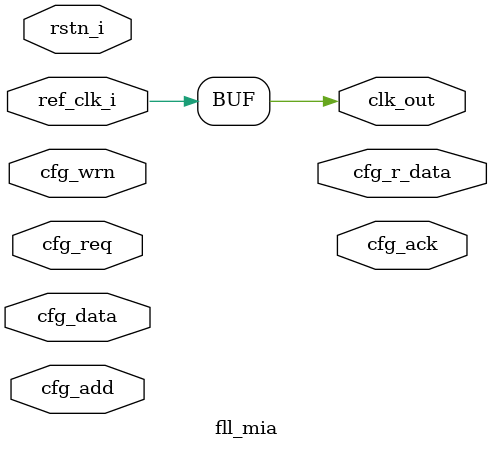
<source format=v>
module fll_mia
(
    input                        ref_clk_i,
    input                        rstn_i,
    input                        cfg_req,
    input                        cfg_wrn,
    input             [1:0]      cfg_add,
    input            [31:0]      cfg_data,
    output                       cfg_ack,
    output           [31:0]      cfg_r_data,
    output                       clk_out
);

    assign clk_out = ref_clk_i;

endmodule

</source>
